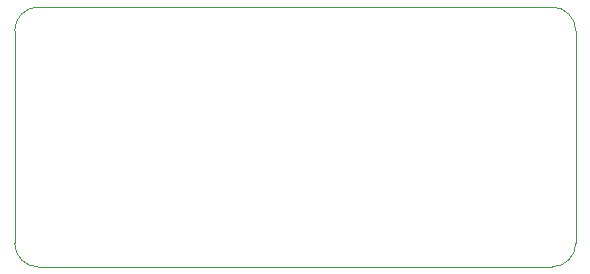
<source format=gbr>
%TF.GenerationSoftware,KiCad,Pcbnew,9.0.2*%
%TF.CreationDate,2025-07-20T14:30:59+05:30*%
%TF.ProjectId,Arduino nano,41726475-696e-46f2-906e-616e6f2e6b69,rev?*%
%TF.SameCoordinates,Original*%
%TF.FileFunction,Profile,NP*%
%FSLAX46Y46*%
G04 Gerber Fmt 4.6, Leading zero omitted, Abs format (unit mm)*
G04 Created by KiCad (PCBNEW 9.0.2) date 2025-07-20 14:30:59*
%MOMM*%
%LPD*%
G01*
G04 APERTURE LIST*
%TA.AperFunction,Profile*%
%ADD10C,0.100000*%
%TD*%
G04 APERTURE END LIST*
D10*
X233600000Y-77500000D02*
X233600000Y-77500000D01*
G75*
G02*
X235600000Y-79500000I0J-2000000D01*
G01*
X235600000Y-97500000D01*
G75*
G02*
X233600000Y-99500000I-2000000J0D01*
G01*
X190100000Y-99500000D01*
G75*
G02*
X188100000Y-97500000I0J2000000D01*
G01*
X188100000Y-79500000D01*
G75*
G02*
X190100000Y-77500000I2000000J0D01*
G01*
X233600000Y-77500000D01*
M02*

</source>
